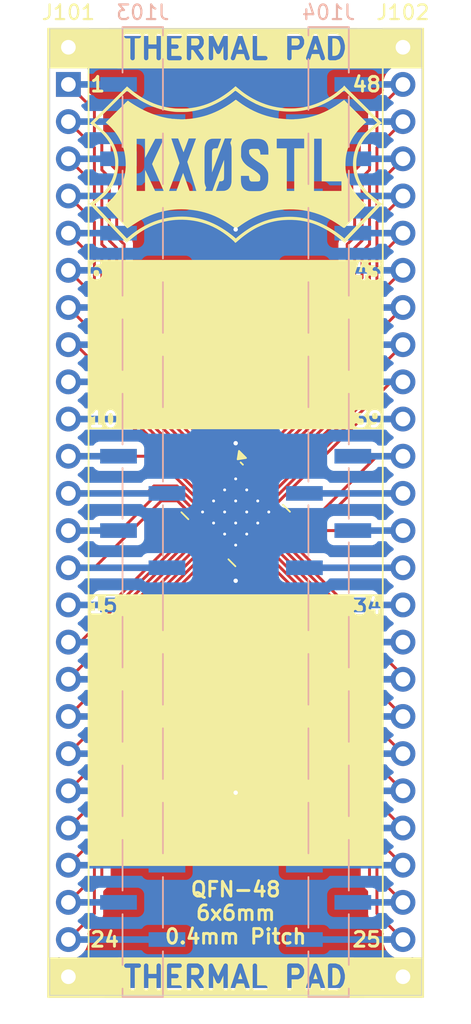
<source format=kicad_pcb>
(kicad_pcb (version 20241229) (generator "pcbnew") (generator_version "9.0")
  (layers (0 "F.Cu" signal) (2 "B.Cu" signal) (13 "F.Paste" user) (15 "B.Paste" user) (5 "F.SilkS" user "F.Silkscreen") (7 "B.SilkS" user "B.Silkscreen") (1 "F.Mask" user) (3 "B.Mask" user) (25 "Edge.Cuts" user))
  (net 0 "")
  (net 1 "/27")
  (net 2 "/10")
  (net 3 "/3")
  (net 4 "/6")
  (net 5 "/8")
  (net 6 "/1")
  (net 7 "/31")
  (net 8 "/7")
  (net 9 "/28")
  (net 10 "/2")
  (net 11 "/32")
  (net 12 "/24")
  (net 13 "/23")
  (net 14 "/19")
  (net 15 "/20")
  (net 16 "/18")
  (net 17 "/9")
  (net 18 "/14")
  (net 19 "/34")
  (net 20 "/26")
  (net 21 "/21")
  (net 22 "/16")
  (net 23 "/29")
  (net 24 "/15")
  (net 25 "/25")
  (net 26 "/30")
  (net 27 "/33")
  (net 28 "/17")
  (net 29 "/5")
  (net 30 "/4")
  (net 31 "/13")
  (net 32 "/12")
  (net 33 "/11")
  (net 34 "/22")
  (net 35 "/43")
  (net 36 "/40")
  (net 37 "/41")
  (net 38 "/48")
  (net 39 "/35")
  (net 40 "/37")
  (net 41 "/49")
  (net 42 "/45")
  (net 43 "/47")
  (net 44 "/39")
  (net 45 "/46")
  (net 46 "/44")
  (net 47 "/42")
  (net 48 "/38")
  (net 49 "/36")
  (footprint "Package_DFN_QFN:QFN-48-1EP_5x5mm_P0.35mm_EP3.7x3.7mm_ThermalVias" (layer "F.Cu") (at 138.43 120.65 -45)
    (property "Reference" "U101" (hide yes))
    (property "Value" "QFN-48")
  )
  (footprint "libraries:LogoSmall" (layer "F.Cu") (at 138.430934 96.897121)
    (property "Reference" "G***" (hide yes))
    (property "Value" "LOGO" (hide yes))
  )
  (footprint "Connector_PinHeader_2.54mm:PinHeader_1x26_P2.54mm_Vertical" (layer "F.Cu") (at 127 88.9)
    (property "Reference" "J101")
    (property "Value" "Conn_01x26")
  )
  (footprint "Connector_PinHeader_2.54mm:PinHeader_1x26_P2.54mm_Vertical" (layer "F.Cu") (at 149.86 88.9)
    (property "Reference" "J102")
    (property "Value" "Conn_01x26")
  )
  (footprint "Connector_PinHeader_2.54mm:PinHeader_1x26_P2.54mm_Vertical_SMD_Pin1Left" (layer "B.Cu") (at 132.08 120.65 180)
    (property "Reference" "J103")
    (property "Value" "Conn_01x26")
  )
  (footprint "Connector_PinHeader_2.54mm:PinHeader_1x26_P2.54mm_Vertical_SMD_Pin1Right" (layer "B.Cu") (at 144.78 120.65 180)
    (property "Reference" "J104")
    (property "Value" "Conn_01x26")
  )
  (gr_rect (start 125.603 151.12975) (end 130.683 153.797) (stroke (width 0.1)) (fill yes) (layer "F.SilkS"))
  (gr_rect (start 130.357355 106.256355) (end 146.453355 114.943355) (stroke (width 0.1)) (fill yes) (layer "F.SilkS"))
  (gr_rect (start 128.397 127.732) (end 148.463 144.78) (stroke (width 0.1)) (fill yes) (layer "F.SilkS"))
  (gr_rect (start 130.36975 89.89085) (end 146.1685 90.29725) (stroke (width 0.1)) (fill yes) (layer "F.SilkS"))
  (gr_rect (start 146.0415 151.12975) (end 151.24 153.797) (stroke (width 0.1)) (fill yes) (layer "F.SilkS"))
  (gr_rect (start 129.7855 87.63) (end 146.72725 87.8586) (stroke (width 0.1)) (fill yes) (layer "F.SilkS"))
  (gr_rect (start 130.4205 151.12975) (end 146.47325 151.3581) (stroke (width 0.1)) (fill yes) (layer "F.SilkS"))
  (gr_rect (start 129.48075 153.3906) (end 147.1845 153.797) (stroke (width 0.1)) (fill yes) (layer "F.SilkS"))
  (gr_rect (start 129.387 103.48) (end 146.483 112.167) (stroke (width 0.1)) (fill yes) (layer "F.SilkS"))
  (gr_rect (start 130.362 126.323) (end 146.418 135.01) (stroke (width 0.1)) (fill yes) (layer "F.SilkS"))
  (gr_rect (start 128.397 104.858) (end 148.463 113.545) (stroke (width 0.1)) (fill yes) (layer "F.SilkS"))
  (gr_rect (start 125.603 87.63) (end 130.683 90.29725) (stroke (width 0.1)) (fill yes) (layer "F.SilkS"))
  (gr_rect (start 146.05425 87.63) (end 151.24 90.29725) (stroke (width 0.1)) (fill yes) (layer "F.SilkS"))
  (gr_rect (start 125.73 87.63) (end 151.13 153.67) (stroke (width 0.05)) (fill no) (layer "Edge.Cuts"))
  (gr_text "34" (at 148.5 127.08 0) (layer "F.SilkS" knockout) (effects (font (size 1 1) (thickness 0.2) (bold yes)) (justify right)))
  (gr_text "48" (at 148.463 91.44 0) (layer "F.SilkS") (effects (font (size 1 1) (thickness 0.2) (bold yes)) (justify right)))
  (gr_text "25" (at 148.463 149.86 0) (layer "F.SilkS") (effects (font (size 1 1) (thickness 0.2) (bold yes)) (justify right)))
  (gr_text "10" (at 128.32 114.33 0) (layer "F.SilkS" knockout) (effects (font (size 1 1) (thickness 0.2) (bold yes)) (justify left)))
  (gr_text "QFN-48\n6x6mm\n0.4mm Pitch" (at 138.43 150.241 0) (layer "F.SilkS") (effects (font (size 1 1) (thickness 0.2) (bold yes)) (justify bottom)))
  (gr_text "43" (at 148.54 104.24 0) (layer "F.SilkS" knockout) (effects (font (size 1 1) (thickness 0.2) (bold yes)) (justify right)))
  (gr_text "15" (at 128.31 127.03 0) (layer "F.SilkS" knockout) (effects (font (size 1 1) (thickness 0.2) (bold yes)) (justify left)))
  (gr_text "THERMAL PAD" (at 138.4215 152.463375 0) (layer "F.SilkS" knockout) (effects (font (size 1.5 1.5) (thickness 0.3))))
  (gr_text "THERMAL PAD" (at 138.4215 88.963625 0) (layer "F.SilkS" knockout) (effects (font (size 1.5 1.5) (thickness 0.3))))
  (gr_text "6" (at 128.3 104.19 0) (layer "F.SilkS" knockout) (effects (font (size 1 1) (thickness 0.2) (bold yes)) (justify left)))
  (gr_text "39" (at 148.55 114.33 0) (layer "F.SilkS" knockout) (effects (font (size 1 1) (thickness 0.2) (bold yes)) (justify right)))
  (gr_text "1" (at 128.397 91.44 0) (layer "F.SilkS") (effects (font (size 1 1) (thickness 0.2) (bold yes)) (justify left)))
  (gr_text "24" (at 128.397 149.86 0) (layer "F.SilkS") (effects (font (size 1 1) (thickness 0.2) (bold yes)) (justify left)))
  (segment (start 146.558 136.144) (end 147.066 136.652) (width 0.2) (layer "F.Cu") (net 1))
  (segment (start 139.19014 123.637526) (end 146.05 130.497386) (width 0.2) (layer "F.Cu") (net 1))
  (segment (start 147.066 136.652) (end 147.066 138.43) (width 0.2) (layer "F.Cu") (net 1))
  (segment (start 147.066 138.43) (end 147.574 138.938) (width 0.2) (layer "F.Cu") (net 1))
  (segment (start 147.574 138.938) (end 147.574 140.716) (width 0.2) (layer "F.Cu") (net 1))
  (segment (start 148.082 143.002) (end 149.86 144.78) (width 0.2) (layer "F.Cu") (net 1))
  (segment (start 146.558 134.366) (end 146.558 136.144) (width 0.2) (layer "F.Cu") (net 1))
  (segment (start 146.05 133.858) (end 146.558 134.366) (width 0.2) (layer "F.Cu") (net 1))
  (segment (start 147.574 140.716) (end 148.082 141.224) (width 0.2) (layer "F.Cu") (net 1))
  (segment (start 148.082 141.224) (end 148.082 143.002) (width 0.2) (layer "F.Cu") (net 1))
  (segment (start 146.05 130.497386) (end 146.05 133.858) (width 0.2) (layer "F.Cu") (net 1))
  (segment (start 143.125 144.78) (end 149.86 144.78) (width 0.45) (layer "B.Cu") (net 1))
  (segment (start 135.937449 119.394885) (end 130.842564 114.3) (width 0.2) (layer "F.Cu") (net 2))
  (segment (start 130.842564 114.3) (end 127 114.3) (width 0.2) (layer "F.Cu") (net 2))
  (segment (start 133.735 114.3) (end 127 114.3) (width 0.45) (layer "B.Cu") (net 2))
  (segment (start 128.778 98.298) (end 127 96.52) (width 0.2) (layer "F.Cu") (net 3))
  (segment (start 129.794 104.648) (end 129.794 102.87) (width 0.2) (layer "F.Cu") (net 3))
  (segment (start 131.318 111.310614) (end 131.318 109.22) (width 0.2) (layer "F.Cu") (net 3))
  (segment (start 129.286 100.584) (end 128.778 100.076) (width 0.2) (layer "F.Cu") (net 3))
  (segment (start 131.318 109.22) (end 130.81 108.712) (width 0.2) (layer "F.Cu") (net 3))
  (segment (start 130.81 108.712) (end 130.81 107.442) (width 0.2) (layer "F.Cu") (net 3))
  (segment (start 130.302 106.934) (end 130.302 105.156) (width 0.2) (layer "F.Cu") (net 3))
  (segment (start 128.778 100.076) (end 128.778 98.298) (width 0.2) (layer "F.Cu") (net 3))
  (segment (start 137.66986 117.662474) (end 131.318 111.310614) (width 0.2) (layer "F.Cu") (net 3))
  (segment (start 129.794 102.87) (end 129.286 102.362) (width 0.2) (layer "F.Cu") (net 3))
  (segment (start 129.286 102.362) (end 129.286 100.584) (width 0.2) (layer "F.Cu") (net 3))
  (segment (start 130.81 107.442) (end 130.302 106.934) (width 0.2) (layer "F.Cu") (net 3))
  (segment (start 130.302 105.156) (end 129.794 104.648) (width 0.2) (layer "F.Cu") (net 3))
  (segment (start 127 96.52) (end 130.425 96.52) (width 0.45) (layer "B.Cu") (net 3))
  (segment (start 128.778 105.918) (end 127 104.14) (width 0.2) (layer "F.Cu") (net 4))
  (segment (start 129.286 108.204) (end 128.778 107.696) (width 0.2) (layer "F.Cu") (net 4))
  (segment (start 129.286 109.474) (end 129.286 108.204) (width 0.2) (layer "F.Cu") (net 4))
  (segment (start 136.927397 118.404935) (end 129.794 111.271538) (width 0.2) (layer "F.Cu") (net 4))
  (segment (start 128.778 107.696) (end 128.778 105.918) (width 0.2) (layer "F.Cu") (net 4))
  (segment (start 129.794 111.271538) (end 129.794 109.982) (width 0.2) (layer "F.Cu") (net 4))
  (segment (start 129.794 109.982) (end 129.286 109.474) (width 0.2) (layer "F.Cu") (net 4))
  (segment (start 133.735 104.14) (end 127 104.14) (width 0.45) (layer "B.Cu") (net 4))
  (segment (start 136.432423 118.899911) (end 128.778 111.245488) (width 0.2) (layer "F.Cu") (net 5))
  (segment (start 128.778 111.245488) (end 128.778 110.49) (width 0.2) (layer "F.Cu") (net 5))
  (segment (start 127.508 109.22) (end 127 109.22) (width 0.2) (layer "F.Cu") (net 5))
  (segment (start 128.778 110.49) (end 127.508 109.22) (width 0.2) (layer "F.Cu") (net 5))
  (segment (start 133.735 109.22) (end 127 109.22) (width 0.45) (layer "B.Cu") (net 5))
  (segment (start 128.778 94.996) (end 128.778 93.218) (width 0.2) (layer "F.Cu") (net 6))
  (segment (start 131.826 106.934) (end 131.318 106.426) (width 0.2) (layer "F.Cu") (net 6))
  (segment (start 131.318 106.426) (end 131.318 104.648) (width 0.2) (layer "F.Cu") (net 6))
  (segment (start 129.794 97.79) (end 129.286 97.282) (width 0.2) (layer "F.Cu") (net 6))
  (segment (start 129.794 99.568) (end 129.794 97.79) (width 0.2) (layer "F.Cu") (net 6))
  (segment (start 131.826 108.204) (end 131.826 106.934) (width 0.2) (layer "F.Cu") (net 6))
  (segment (start 130.302 101.854) (end 130.302 100.076) (width 0.2) (layer "F.Cu") (net 6))
  (segment (start 130.302 100.076) (end 129.794 99.568) (width 0.2) (layer "F.Cu") (net 6))
  (segment (start 138.164834 117.167498) (end 132.334 111.336664) (width 0.2) (layer "F.Cu") (net 6))
  (segment (start 129.286 95.504) (end 128.778 94.996) (width 0.2) (layer "F.Cu") (net 6))
  (segment (start 130.81 104.14) (end 130.81 102.362) (width 0.2) (layer "F.Cu") (net 6))
  (segment (start 128.778 93.218) (end 127 91.44) (width 0.2) (layer "F.Cu") (net 6))
  (segment (start 132.334 111.336664) (end 132.334 108.712) (width 0.2) (layer "F.Cu") (net 6))
  (segment (start 131.318 104.648) (end 130.81 104.14) (width 0.2) (layer "F.Cu") (net 6))
  (segment (start 132.334 108.712) (end 131.826 108.204) (width 0.2) (layer "F.Cu") (net 6))
  (segment (start 130.81 102.362) (end 130.302 101.854) (width 0.2) (layer "F.Cu") (net 6))
  (segment (start 129.286 97.282) (end 129.286 95.504) (width 0.2) (layer "F.Cu") (net 6))
  (segment (start 127 91.44) (end 130.425 91.44) (width 0.45) (layer "B.Cu") (net 6))
  (segment (start 148.082 130.549488) (end 148.082 132.842) (width 0.2) (layer "F.Cu") (net 7))
  (segment (start 149.86 134.62) (end 148.082 132.842) (width 0.2) (layer "F.Cu") (net 7))
  (segment (start 140.180089 122.647577) (end 148.082 130.549488) (width 0.2) (layer "F.Cu") (net 7))
  (segment (start 143.125 134.62) (end 149.86 134.62) (width 0.45) (layer "B.Cu") (net 7))
  (segment (start 129.286 111.258512) (end 129.286 110.236) (width 0.2) (layer "F.Cu") (net 8))
  (segment (start 136.679911 118.652423) (end 129.286 111.258512) (width 0.2) (layer "F.Cu") (net 8))
  (segment (start 129.286 110.236) (end 128.778 109.728) (width 0.2) (layer "F.Cu") (net 8))
  (segment (start 128.778 109.728) (end 128.778 108.458) (width 0.2) (layer "F.Cu") (net 8))
  (segment (start 128.778 108.458) (end 127 106.68) (width 0.2) (layer "F.Cu") (net 8))
  (segment (start 127 106.68) (end 130.425 106.68) (width 0.45) (layer "B.Cu") (net 8))
  (segment (start 147.066 134.112) (end 147.066 135.89) (width 0.2) (layer "F.Cu") (net 9))
  (segment (start 146.558 130.510412) (end 146.558 133.604) (width 0.2) (layer "F.Cu") (net 9))
  (segment (start 147.066 135.89) (end 147.574 136.398) (width 0.2) (layer "F.Cu") (net 9))
  (segment (start 139.437627 123.390039) (end 146.558 130.510412) (width 0.2) (layer "F.Cu") (net 9))
  (segment (start 148.082 140.462) (end 149.86 142.24) (width 0.2) (layer "F.Cu") (net 9))
  (segment (start 147.574 136.398) (end 147.574 138.176) (width 0.2) (layer "F.Cu") (net 9))
  (segment (start 148.082 138.684) (end 148.082 140.462) (width 0.2) (layer "F.Cu") (net 9))
  (segment (start 147.574 138.176) (end 148.082 138.684) (width 0.2) (layer "F.Cu") (net 9))
  (segment (start 146.558 133.604) (end 147.066 134.112) (width 0.2) (layer "F.Cu") (net 9))
  (segment (start 149.86 142.24) (end 146.435 142.24) (width 0.45) (layer "B.Cu") (net 9))
  (segment (start 130.81 106.68) (end 130.81 104.902) (width 0.2) (layer "F.Cu") (net 10))
  (segment (start 131.318 107.188) (end 130.81 106.68) (width 0.2) (layer "F.Cu") (net 10))
  (segment (start 131.826 111.323638) (end 131.826 108.966) (width 0.2) (layer "F.Cu") (net 10))
  (segment (start 131.826 108.966) (end 131.318 108.458) (width 0.2) (layer "F.Cu") (net 10))
  (segment (start 129.794 100.33) (end 129.286 99.822) (width 0.2) (layer "F.Cu") (net 10))
  (segment (start 128.778 97.536) (end 128.778 95.758) (width 0.2) (layer "F.Cu") (net 10))
  (segment (start 130.302 104.394) (end 130.302 102.616) (width 0.2) (layer "F.Cu") (net 10))
  (segment (start 129.286 99.822) (end 129.286 98.044) (width 0.2) (layer "F.Cu") (net 10))
  (segment (start 129.286 98.044) (end 128.778 97.536) (width 0.2) (layer "F.Cu") (net 10))
  (segment (start 131.318 108.458) (end 131.318 107.188) (width 0.2) (layer "F.Cu") (net 10))
  (segment (start 137.917348 117.414986) (end 131.826 111.323638) (width 0.2) (layer "F.Cu") (net 10))
  (segment (start 130.302 102.616) (end 129.794 102.108) (width 0.2) (layer "F.Cu") (net 10))
  (segment (start 130.81 104.902) (end 130.302 104.394) (width 0.2) (layer "F.Cu") (net 10))
  (segment (start 128.778 95.758) (end 127 93.98) (width 0.2) (layer "F.Cu") (net 10))
  (segment (start 129.794 102.108) (end 129.794 100.33) (width 0.2) (layer "F.Cu") (net 10))
  (segment (start 133.735 93.98) (end 127 93.98) (width 0.45) (layer "B.Cu") (net 10))
  (segment (start 149.86 131.832512) (end 149.86 132.08) (width 0.2) (layer "F.Cu") (net 11))
  (segment (start 140.427577 122.400089) (end 149.86 131.832512) (width 0.2) (layer "F.Cu") (net 11))
  (segment (start 149.86 132.08) (end 146.435 132.08) (width 0.45) (layer "B.Cu") (net 11))
  (segment (start 131.318 134.874) (end 131.318 136.652) (width 0.2) (layer "F.Cu") (net 12))
  (segment (start 129.286 145.796) (end 128.778 146.304) (width 0.2) (layer "F.Cu") (net 12))
  (segment (start 128.778 148.082) (end 127 149.86) (width 0.2) (layer "F.Cu") (net 12))
  (segment (start 132.334 132.08) (end 131.826 132.588) (width 0.2) (layer "F.Cu") (net 12))
  (segment (start 129.794 143.51) (end 129.286 144.018) (width 0.2) (layer "F.Cu") (net 12))
  (segment (start 131.826 134.366) (end 131.318 134.874) (width 0.2) (layer "F.Cu") (net 12))
  (segment (start 129.286 144.018) (end 129.286 145.796) (width 0.2) (layer "F.Cu") (net 12))
  (segment (start 130.302 139.446) (end 130.302 141.224) (width 0.2) (layer "F.Cu") (net 12))
  (segment (start 130.81 138.938) (end 130.302 139.446) (width 0.2) (layer "F.Cu") (net 12))
  (segment (start 137.66986 123.637526) (end 132.334 128.973386) (width 0.2) (layer "F.Cu") (net 12))
  (segment (start 128.778 146.304) (end 128.778 148.082) (width 0.2) (layer "F.Cu") (net 12))
  (segment (start 131.826 132.588) (end 131.826 134.366) (width 0.2) (layer "F.Cu") (net 12))
  (segment (start 130.81 137.16) (end 130.81 138.938) (width 0.2) (layer "F.Cu") (net 12))
  (segment (start 130.302 141.224) (end 129.794 141.732) (width 0.2) (layer "F.Cu") (net 12))
  (segment (start 132.334 128.973386) (end 132.334 132.08) (width 0.2) (layer "F.Cu") (net 12))
  (segment (start 129.794 141.732) (end 129.794 143.51) (width 0.2) (layer "F.Cu") (net 12))
  (segment (start 131.318 136.652) (end 130.81 137.16) (width 0.2) (layer "F.Cu") (net 12))
  (segment (start 127 149.86) (end 133.735 149.86) (width 0.45) (layer "B.Cu") (net 12))
  (segment (start 137.422373 123.390039) (end 131.826 128.986412) (width 0.2) (layer "F.Cu") (net 13))
  (segment (start 131.826 128.986412) (end 131.826 131.826) (width 0.2) (layer "F.Cu") (net 13))
  (segment (start 129.286 141.478) (end 129.286 143.256) (width 0.2) (layer "F.Cu") (net 13))
  (segment (start 129.794 140.97) (end 129.286 141.478) (width 0.2) (layer "F.Cu") (net 13))
  (segment (start 130.81 136.398) (end 130.302 136.906) (width 0.2) (layer "F.Cu") (net 13))
  (segment (start 128.778 145.542) (end 127 147.32) (width 0.2) (layer "F.Cu") (net 13))
  (segment (start 131.826 131.826) (end 131.318 132.334) (width 0.2) (layer "F.Cu") (net 13))
  (segment (start 130.81 134.62) (end 130.81 136.398) (width 0.2) (layer "F.Cu") (net 13))
  (segment (start 131.318 132.334) (end 131.318 134.112) (width 0.2) (layer "F.Cu") (net 13))
  (segment (start 131.318 134.112) (end 130.81 134.62) (width 0.2) (layer "F.Cu") (net 13))
  (segment (start 130.302 138.684) (end 129.794 139.192) (width 0.2) (layer "F.Cu") (net 13))
  (segment (start 129.286 143.256) (end 128.778 143.764) (width 0.2) (layer "F.Cu") (net 13))
  (segment (start 130.302 136.906) (end 130.302 138.684) (width 0.2) (layer "F.Cu") (net 13))
  (segment (start 129.794 139.192) (end 129.794 140.97) (width 0.2) (layer "F.Cu") (net 13))
  (segment (start 128.778 143.764) (end 128.778 145.542) (width 0.2) (layer "F.Cu") (net 13))
  (segment (start 130.425 147.32) (end 127 147.32) (width 0.45) (layer "B.Cu") (net 13))
  (segment (start 129.286 133.096) (end 128.778 133.604) (width 0.2) (layer "F.Cu") (net 14))
  (segment (start 129.794 130.81) (end 129.286 131.318) (width 0.2) (layer "F.Cu") (net 14))
  (segment (start 129.794 129.038512) (end 129.794 130.81) (width 0.2) (layer "F.Cu") (net 14))
  (segment (start 128.778 135.382) (end 127 137.16) (width 0.2) (layer "F.Cu") (net 14))
  (segment (start 129.286 131.318) (end 129.286 133.096) (width 0.2) (layer "F.Cu") (net 14))
  (segment (start 128.778 133.604) (end 128.778 135.382) (width 0.2) (layer "F.Cu") (net 14))
  (segment (start 136.432423 122.400089) (end 129.794 129.038512) (width 0.2) (layer "F.Cu") (net 14))
  (segment (start 127 137.16) (end 130.425 137.16) (width 0.45) (layer "B.Cu") (net 14))
  (segment (start 130.302 131.064) (end 129.794 131.572) (width 0.2) (layer "F.Cu") (net 15))
  (segment (start 129.794 131.572) (end 129.794 133.35) (width 0.2) (layer "F.Cu") (net 15))
  (segment (start 128.778 137.922) (end 127 139.7) (width 0.2) (layer "F.Cu") (net 15))
  (segment (start 129.794 133.35) (end 129.286 133.858) (width 0.2) (layer "F.Cu") (net 15))
  (segment (start 136.679911 122.647577) (end 130.302 129.025488) (width 0.2) (layer "F.Cu") (net 15))
  (segment (start 129.286 133.858) (end 129.286 135.636) (width 0.2) (layer "F.Cu") (net 15))
  (segment (start 130.302 129.025488) (end 130.302 131.064) (width 0.2) (layer "F.Cu") (net 15))
  (segment (start 128.778 136.144) (end 128.778 137.922) (width 0.2) (layer "F.Cu") (net 15))
  (segment (start 129.286 135.636) (end 128.778 136.144) (width 0.2) (layer "F.Cu") (net 15))
  (segment (start 133.735 139.7) (end 127 139.7) (width 0.45) (layer "B.Cu") (net 15))
  (segment (start 129.286 130.556) (end 128.778 131.064) (width 0.2) (layer "F.Cu") (net 16))
  (segment (start 136.184935 122.152603) (end 129.286 129.051538) (width 0.2) (layer "F.Cu") (net 16))
  (segment (start 129.286 129.051538) (end 129.286 130.556) (width 0.2) (layer "F.Cu") (net 16))
  (segment (start 128.778 132.842) (end 127 134.62) (width 0.2) (layer "F.Cu") (net 16))
  (segment (start 128.778 131.064) (end 128.778 132.842) (width 0.2) (layer "F.Cu") (net 16))
  (segment (start 133.735 134.62) (end 127 134.62) (width 0.45) (layer "B.Cu") (net 16))
  (segment (start 128.797538 111.76) (end 127 111.76) (width 0.2) (layer "F.Cu") (net 17))
  (segment (start 136.184935 119.147397) (end 128.797538 111.76) (width 0.2) (layer "F.Cu") (net 17))
  (segment (start 127 111.76) (end 130.425 111.76) (width 0.45) (layer "B.Cu") (net 17))
  (segment (start 134.450664 119.888) (end 133.35 119.888) (width 0.2) (layer "F.Cu") (net 18))
  (segment (start 133.35 119.888) (end 128.778 124.46) (width 0.2) (layer "F.Cu") (net 18))
  (segment (start 128.778 124.46) (end 127 124.46) (width 0.2) (layer "F.Cu") (net 18))
  (segment (start 134.947498 120.384834) (end 134.450664 119.888) (width 0.2) (layer "F.Cu") (net 18))
  (segment (start 133.735 124.46) (end 127 124.46) (width 0.45) (layer "B.Cu") (net 18))
  (segment (start 140.922551 121.905115) (end 146.017436 127) (width 0.2) (layer "F.Cu") (net 19))
  (segment (start 146.017436 127) (end 149.86 127) (width 0.2) (layer "F.Cu") (net 19))
  (segment (start 149.86 127) (end 146.435 127) (width 0.45) (layer "B.Cu") (net 19))
  (segment (start 148.082 143.764) (end 148.082 145.542) (width 0.2) (layer "F.Cu") (net 20))
  (segment (start 147.066 139.192) (end 147.066 140.97) (width 0.2) (layer "F.Cu") (net 20))
  (segment (start 147.574 141.478) (end 147.574 143.256) (width 0.2) (layer "F.Cu") (net 20))
  (segment (start 146.558 138.684) (end 147.066 139.192) (width 0.2) (layer "F.Cu") (net 20))
  (segment (start 145.542 130.484362) (end 145.542 134.112) (width 0.2) (layer "F.Cu") (net 20))
  (segment (start 145.542 134.112) (end 146.05 134.62) (width 0.2) (layer "F.Cu") (net 20))
  (segment (start 147.066 140.97) (end 147.574 141.478) (width 0.2) (layer "F.Cu") (net 20))
  (segment (start 146.558 136.906) (end 146.558 138.684) (width 0.2) (layer "F.Cu") (net 20))
  (segment (start 146.05 134.62) (end 146.05 136.398) (width 0.2) (layer "F.Cu") (net 20))
  (segment (start 148.082 145.542) (end 149.86 147.32) (width 0.2) (layer "F.Cu") (net 20))
  (segment (start 138.942652 123.885014) (end 145.542 130.484362) (width 0.2) (layer "F.Cu") (net 20))
  (segment (start 146.05 136.398) (end 146.558 136.906) (width 0.2) (layer "F.Cu") (net 20))
  (segment (start 147.574 143.256) (end 148.082 143.764) (width 0.2) (layer "F.Cu") (net 20))
  (segment (start 149.86 147.32) (end 146.435 147.32) (width 0.45) (layer "B.Cu") (net 20))
  (segment (start 130.81 129.012462) (end 130.81 131.318) (width 0.2) (layer "F.Cu") (net 21))
  (segment (start 128.778 140.462) (end 127 142.24) (width 0.2) (layer "F.Cu") (net 21))
  (segment (start 136.927397 122.895065) (end 130.81 129.012462) (width 0.2) (layer "F.Cu") (net 21))
  (segment (start 130.81 131.318) (end 130.302 131.826) (width 0.2) (layer "F.Cu") (net 21))
  (segment (start 130.302 133.604) (end 129.794 134.112) (width 0.2) (layer "F.Cu") (net 21))
  (segment (start 129.794 134.112) (end 129.794 135.89) (width 0.2) (layer "F.Cu") (net 21))
  (segment (start 130.302 131.826) (end 130.302 133.604) (width 0.2) (layer "F.Cu") (net 21))
  (segment (start 129.286 136.398) (end 129.286 138.176) (width 0.2) (layer "F.Cu") (net 21))
  (segment (start 128.778 138.684) (end 128.778 140.462) (width 0.2) (layer "F.Cu") (net 21))
  (segment (start 129.794 135.89) (end 129.286 136.398) (width 0.2) (layer "F.Cu") (net 21))
  (segment (start 129.286 138.176) (end 128.778 138.684) (width 0.2) (layer "F.Cu") (net 21))
  (segment (start 127 142.24) (end 130.425 142.24) (width 0.45) (layer "B.Cu") (net 21))
  (segment (start 135.689961 121.657627) (end 127.807588 129.54) (width 0.2) (layer "F.Cu") (net 22))
  (segment (start 127.807588 129.54) (end 127 129.54) (width 0.2) (layer "F.Cu") (net 22))
  (segment (start 133.735 129.54) (end 127 129.54) (width 0.45) (layer "B.Cu") (net 22))
  (segment (start 147.066 133.35) (end 147.574 133.858) (width 0.2) (layer "F.Cu") (net 23))
  (segment (start 148.082 136.144) (end 148.082 137.922) (width 0.2) (layer "F.Cu") (net 23))
  (segment (start 139.685115 123.142551) (end 147.066 130.523436) (width 0.2) (layer "F.Cu") (net 23))
  (segment (start 147.066 130.523436) (end 147.066 133.35) (width 0.2) (layer "F.Cu") (net 23))
  (segment (start 147.574 135.636) (end 148.082 136.144) (width 0.2) (layer "F.Cu") (net 23))
  (segment (start 147.574 133.858) (end 147.574 135.636) (width 0.2) (layer "F.Cu") (net 23))
  (segment (start 148.082 137.922) (end 149.86 139.7) (width 0.2) (layer "F.Cu") (net 23))
  (segment (start 143.125 139.7) (end 149.86 139.7) (width 0.45) (layer "B.Cu") (net 23))
  (segment (start 135.442474 121.41014) (end 129.852614 127) (width 0.2) (layer "F.Cu") (net 24))
  (segment (start 129.852614 127) (end 127 127) (width 0.2) (layer "F.Cu") (net 24))
  (segment (start 127 127) (end 130.425 127) (width 0.45) (layer "B.Cu") (net 24))
  (segment (start 147.574 145.796) (end 148.082 146.304) (width 0.2) (layer "F.Cu") (net 25))
  (segment (start 138.695166 124.132502) (end 145.034 130.471336) (width 0.2) (layer "F.Cu") (net 25))
  (segment (start 147.574 144.018) (end 147.574 145.796) (width 0.2) (layer "F.Cu") (net 25))
  (segment (start 147.066 141.732) (end 147.066 143.51) (width 0.2) (layer "F.Cu") (net 25))
  (segment (start 146.05 137.16) (end 146.05 138.938) (width 0.2) (layer "F.Cu") (net 25))
  (segment (start 147.066 143.51) (end 147.574 144.018) (width 0.2) (layer "F.Cu") (net 25))
  (segment (start 148.082 148.082) (end 149.86 149.86) (width 0.2) (layer "F.Cu") (net 25))
  (segment (start 145.542 136.652) (end 146.05 137.16) (width 0.2) (layer "F.Cu") (net 25))
  (segment (start 146.05 138.938) (end 146.558 139.446) (width 0.2) (layer "F.Cu") (net 25))
  (segment (start 146.558 139.446) (end 146.558 141.224) (width 0.2) (layer "F.Cu") (net 25))
  (segment (start 145.542 134.874) (end 145.542 136.652) (width 0.2) (layer "F.Cu") (net 25))
  (segment (start 146.558 141.224) (end 147.066 141.732) (width 0.2) (layer "F.Cu") (net 25))
  (segment (start 148.082 146.304) (end 148.082 148.082) (width 0.2) (layer "F.Cu") (net 25))
  (segment (start 145.034 130.471336) (end 145.034 134.366) (width 0.2) (layer "F.Cu") (net 25))
  (segment (start 145.034 134.366) (end 145.542 134.874) (width 0.2) (layer "F.Cu") (net 25))
  (segment (start 143.125 149.86) (end 149.86 149.86) (width 0.45) (layer "B.Cu") (net 25))
  (segment (start 147.574 130.536462) (end 147.574 133.096) (width 0.2) (layer "F.Cu") (net 26))
  (segment (start 147.574 133.096) (end 148.082 133.604) (width 0.2) (layer "F.Cu") (net 26))
  (segment (start 148.082 133.604) (end 148.082 135.382) (width 0.2) (layer "F.Cu") (net 26))
  (segment (start 148.082 135.382) (end 149.86 137.16) (width 0.2) (layer "F.Cu") (net 26))
  (segment (start 139.932603 122.895065) (end 147.574 130.536462) (width 0.2) (layer "F.Cu") (net 26))
  (segment (start 149.86 137.16) (end 146.435 137.16) (width 0.45) (layer "B.Cu") (net 26))
  (segment (start 148.062462 129.54) (end 149.86 129.54) (width 0.2) (layer "F.Cu") (net 27))
  (segment (start 140.675065 122.152603) (end 148.062462 129.54) (width 0.2) (layer "F.Cu") (net 27))
  (segment (start 143.125 129.54) (end 149.86 129.54) (width 0.45) (layer "B.Cu") (net 27))
  (segment (start 128.778 129.064564) (end 128.778 130.302) (width 0.2) (layer "F.Cu") (net 28))
  (segment (start 135.937449 121.905115) (end 128.778 129.064564) (width 0.2) (layer "F.Cu") (net 28))
  (segment (start 128.778 130.302) (end 127 132.08) (width 0.2) (layer "F.Cu") (net 28))
  (segment (start 127 132.08) (end 130.425 132.08) (width 0.45) (layer "B.Cu") (net 28))
  (segment (start 128.778 105.156) (end 128.778 103.378) (width 0.2) (layer "F.Cu") (net 29))
  (segment (start 130.302 109.728) (end 129.794 109.22) (width 0.2) (layer "F.Cu") (net 29))
  (segment (start 137.174885 118.157449) (end 130.302 111.284564) (width 0.2) (layer "F.Cu") (net 29))
  (segment (start 129.286 105.664) (end 128.778 105.156) (width 0.2) (layer "F.Cu") (net 29))
  (segment (start 129.794 107.95) (end 129.286 107.442) (width 0.2) (layer "F.Cu") (net 29))
  (segment (start 128.778 103.378) (end 127 101.6) (width 0.2) (layer "F.Cu") (net 29))
  (segment (start 130.302 111.284564) (end 130.302 109.728) (width 0.2) (layer "F.Cu") (net 29))
  (segment (start 129.794 109.22) (end 129.794 107.95) (width 0.2) (layer "F.Cu") (net 29))
  (segment (start 129.286 107.442) (end 129.286 105.664) (width 0.2) (layer "F.Cu") (net 29))
  (segment (start 127 101.6) (end 130.425 101.6) (width 0.45) (layer "B.Cu") (net 29))
  (segment (start 128.778 102.616) (end 128.778 100.838) (width 0.2) (layer "F.Cu") (net 30))
  (segment (start 128.778 100.838) (end 127 99.06) (width 0.2) (layer "F.Cu") (net 30))
  (segment (start 129.794 107.188) (end 129.794 105.41) (width 0.2) (layer "F.Cu") (net 30))
  (segment (start 130.302 108.966) (end 130.302 107.696) (width 0.2) (layer "F.Cu") (net 30))
  (segment (start 130.302 107.696) (end 129.794 107.188) (width 0.2) (layer "F.Cu") (net 30))
  (segment (start 129.794 105.41) (end 129.286 104.902) (width 0.2) (layer "F.Cu") (net 30))
  (segment (start 129.286 103.124) (end 128.778 102.616) (width 0.2) (layer "F.Cu") (net 30))
  (segment (start 129.286 104.902) (end 129.286 103.124) (width 0.2) (layer "F.Cu") (net 30))
  (segment (start 137.422373 117.909961) (end 130.81 111.297588) (width 0.2) (layer "F.Cu") (net 30))
  (segment (start 130.81 111.297588) (end 130.81 109.474) (width 0.2) (layer "F.Cu") (net 30))
  (segment (start 130.81 109.474) (end 130.302 108.966) (width 0.2) (layer "F.Cu") (net 30))
  (segment (start 133.735 99.06) (end 127 99.06) (width 0.45) (layer "B.Cu") (net 30))
  (segment (start 130.556 121.92) (end 127 121.92) (width 0.2) (layer "F.Cu") (net 31))
  (segment (start 134.437638 119.38) (end 133.096 119.38) (width 0.2) (layer "F.Cu") (net 31))
  (segment (start 133.096 119.38) (end 130.556 121.92) (width 0.2) (layer "F.Cu") (net 31))
  (segment (start 135.194986 120.137348) (end 134.437638 119.38) (width 0.2) (layer "F.Cu") (net 31))
  (segment (start 127 121.92) (end 130.425 121.92) (width 0.45) (layer "B.Cu") (net 31))
  (segment (start 134.424614 118.872) (end 132.842 118.872) (width 0.2) (layer "F.Cu") (net 32))
  (segment (start 135.442474 119.88986) (end 134.424614 118.872) (width 0.2) (layer "F.Cu") (net 32))
  (segment (start 127 119.38) (end 132.334 119.38) (width 0.2) (layer "F.Cu") (net 32))
  (segment (start 132.334 119.38) (end 132.842 118.872) (width 0.2) (layer "F.Cu") (net 32))
  (segment (start 133.735 119.38) (end 127 119.38) (width 0.45) (layer "B.Cu") (net 32))
  (segment (start 132.887588 116.84) (end 127 116.84) (width 0.2) (layer "F.Cu") (net 33))
  (segment (start 135.689961 119.642373) (end 132.887588 116.84) (width 0.2) (layer "F.Cu") (net 33))
  (segment (start 127 116.84) (end 130.425 116.84) (width 0.45) (layer "B.Cu") (net 33))
  (segment (start 131.318 128.999436) (end 131.318 131.572) (width 0.2) (layer "F.Cu") (net 34))
  (segment (start 129.286 138.938) (end 129.286 140.716) (width 0.2) (layer "F.Cu") (net 34))
  (segment (start 130.81 132.08) (end 130.81 133.858) (width 0.2) (layer "F.Cu") (net 34))
  (segment (start 130.302 136.144) (end 129.794 136.652) (width 0.2) (layer "F.Cu") (net 34))
  (segment (start 131.318 131.572) (end 130.81 132.08) (width 0.2) (layer "F.Cu") (net 34))
  (segment (start 129.794 136.652) (end 129.794 138.43) (width 0.2) (layer "F.Cu") (net 34))
  (segment (start 128.778 143.002) (end 127 144.78) (width 0.2) (layer "F.Cu") (net 34))
  (segment (start 129.286 140.716) (end 128.778 141.224) (width 0.2) (layer "F.Cu") (net 34))
  (segment (start 137.174885 123.142551) (end 131.318 128.999436) (width 0.2) (layer "F.Cu") (net 34))
  (segment (start 130.81 133.858) (end 130.302 134.366) (width 0.2) (layer "F.Cu") (net 34))
  (segment (start 128.778 141.224) (end 128.778 143.002) (width 0.2) (layer "F.Cu") (net 34))
  (segment (start 129.794 138.43) (end 129.286 138.938) (width 0.2) (layer "F.Cu") (net 34))
  (segment (start 130.302 134.366) (end 130.302 136.144) (width 0.2) (layer "F.Cu") (net 34))
  (segment (start 133.735 144.78) (end 127 144.78) (width 0.45) (layer "B.Cu") (net 34))
  (segment (start 147.066 110.49) (end 147.574 109.982) (width 0.2) (layer "F.Cu") (net 35))
  (segment (start 148.082 107.696) (end 148.082 105.918) (width 0.2) (layer "F.Cu") (net 35))
  (segment (start 140.427577 118.899911) (end 147.066 112.261488) (width 0.2) (layer "F.Cu") (net 35))
  (segment (start 147.574 108.204) (end 148.082 107.696) (width 0.2) (layer "F.Cu") (net 35))
  (segment (start 148.082 105.918) (end 149.86 104.14) (width 0.2) (layer "F.Cu") (net 35))
  (segment (start 147.066 112.261488) (end 147.066 110.49) (width 0.2) (layer "F.Cu") (net 35))
  (segment (start 147.574 109.982) (end 147.574 108.204) (width 0.2) (layer "F.Cu") (net 35))
  (segment (start 143.125 104.14) (end 149.86 104.14) (width 0.45) (layer "B.Cu") (net 35))
  (segment (start 141.170039 119.642373) (end 149.052412 111.76) (width 0.2) (layer "F.Cu") (net 36))
  (segment (start 149.052412 111.76) (end 149.86 111.76) (width 0.2) (layer "F.Cu") (net 36))
  (segment (start 149.86 111.76) (end 146.435 111.76) (width 0.45) (layer "B.Cu") (net 36))
  (segment (start 140.922551 119.394885) (end 148.082 112.235436) (width 0.2) (layer "F.Cu") (net 37))
  (segment (start 148.082 110.998) (end 149.86 109.22) (width 0.2) (layer "F.Cu") (net 37))
  (segment (start 148.082 112.235436) (end 148.082 110.998) (width 0.2) (layer "F.Cu") (net 37))
  (segment (start 143.125 109.22) (end 149.86 109.22) (width 0.45) (layer "B.Cu") (net 37))
  (segment (start 147.066 99.568) (end 147.066 97.79) (width 0.2) (layer "F.Cu") (net 38))
  (segment (start 145.542 104.648) (end 146.05 104.14) (width 0.2) (layer "F.Cu") (net 38))
  (segment (start 147.066 97.79) (end 147.574 97.282) (width 0.2) (layer "F.Cu") (net 38))
  (segment (start 146.05 104.14) (end 146.05 102.362) (width 0.2) (layer "F.Cu") (net 38))
  (segment (start 148.082 94.996) (end 148.082 93.218) (width 0.2) (layer "F.Cu") (net 38))
  (segment (start 145.542 106.426) (end 145.542 104.648) (width 0.2) (layer "F.Cu") (net 38))
  (segment (start 147.574 95.504) (end 148.082 94.996) (width 0.2) (layer "F.Cu") (net 38))
  (segment (start 144.526 112.326614) (end 144.526 109.22) (width 0.2) (layer "F.Cu") (net 38))
  (segment (start 145.034 108.712) (end 145.034 106.934) (width 0.2) (layer "F.Cu") (net 38))
  (segment (start 148.082 93.218) (end 149.86 91.44) (width 0.2) (layer "F.Cu") (net 38))
  (segment (start 145.034 106.934) (end 145.542 106.426) (width 0.2) (layer "F.Cu") (net 38))
  (segment (start 139.19014 117.662474) (end 144.526 112.326614) (width 0.2) (layer "F.Cu") (net 38))
  (segment (start 144.526 109.22) (end 145.034 108.712) (width 0.2) (layer "F.Cu") (net 38))
  (segment (start 147.574 97.282) (end 147.574 95.504) (width 0.2) (layer "F.Cu") (net 38))
  (segment (start 146.558 100.076) (end 147.066 99.568) (width 0.2) (layer "F.Cu") (net 38))
  (segment (start 146.558 101.854) (end 146.558 100.076) (width 0.2) (layer "F.Cu") (net 38))
  (segment (start 146.05 102.362) (end 146.558 101.854) (width 0.2) (layer "F.Cu") (net 38))
  (segment (start 149.86 91.44) (end 146.435 91.44) (width 0.45) (layer "B.Cu") (net 38))
  (segment (start 143.972412 124.46) (end 141.170039 121.657627) (width 0.2) (layer "F.Cu") (net 39))
  (segment (start 149.86 124.46) (end 143.972412 124.46) (width 0.2) (layer "F.Cu") (net 39))
  (segment (start 143.125 124.46) (end 149.86 124.46) (width 0.45) (layer "B.Cu") (net 39))
  (segment (start 146.304 119.38) (end 149.86 119.38) (width 0.2) (layer "F.Cu") (net 40))
  (segment (start 141.665014 121.162652) (end 142.422362 121.92) (width 0.2) (layer "F.Cu") (net 40))
  (segment (start 143.764 121.92) (end 146.304 119.38) (width 0.2) (layer "F.Cu") (net 40))
  (segment (start 142.422362 121.92) (end 143.764 121.92) (width 0.2) (layer "F.Cu") (net 40))
  (segment (start 143.125 119.38) (end 149.86 119.38) (width 0.45) (layer "B.Cu") (net 40))
  (via (at 138.43 101.346) (size 0.6) (drill 0.3) (layers "F.Cu" "B.Cu") (net 41))
  (via (at 138.43 139.827) (size 0.6) (drill 0.3) (layers "F.Cu" "B.Cu") (net 41))
  (via (at 138.43 115.951) (size 0.6) (drill 0.3) (layers "F.Cu" "B.Cu") (net 41))
  (via (at 138.43 125.349) (size 0.6) (drill 0.3) (layers "F.Cu" "B.Cu") (net 41))
  (segment (start 133.735 88.9) (end 127 88.9) (width 0.45) (layer "B.Cu") (net 41))
  (segment (start 143.125 88.9) (end 149.86 88.9) (width 0.45) (layer "B.Cu") (net 41))
  (segment (start 130.425 152.4) (end 127 152.4) (width 0.45) (layer "B.Cu") (net 41))
  (segment (start 146.435 152.4) (end 149.86 152.4) (width 0.45) (layer "B.Cu") (net 41))
  (segment (start 148.082 102.616) (end 148.082 100.838) (width 0.2) (layer "F.Cu") (net 42))
  (segment (start 147.066 107.188) (end 147.066 105.41) (width 0.2) (layer "F.Cu") (net 42))
  (segment (start 146.05 109.982) (end 146.558 109.474) (width 0.2) (layer "F.Cu") (net 42))
  (segment (start 146.05 112.287538) (end 146.05 109.982) (width 0.2) (layer "F.Cu") (net 42))
  (segment (start 147.574 104.902) (end 147.574 103.124) (width 0.2) (layer "F.Cu") (net 42))
  (segment (start 139.932603 118.404935) (end 146.05 112.287538) (width 0.2) (layer "F.Cu") (net 42))
  (segment (start 148.082 100.838) (end 149.86 99.06) (width 0.2) (layer "F.Cu") (net 42))
  (segment (start 147.066 105.41) (end 147.574 104.902) (width 0.2) (layer "F.Cu") (net 42))
  (segment (start 147.574 103.124) (end 148.082 102.616) (width 0.2) (layer "F.Cu") (net 42))
  (segment (start 146.558 109.474) (end 146.558 107.696) (width 0.2) (layer "F.Cu") (net 42))
  (segment (start 146.558 107.696) (end 147.066 107.188) (width 0.2) (layer "F.Cu") (net 42))
  (segment (start 143.125 99.06) (end 149.86 99.06) (width 0.45) (layer "B.Cu") (net 42))
  (segment (start 146.558 104.394) (end 146.558 102.616) (width 0.2) (layer "F.Cu") (net 43))
  (segment (start 146.05 104.902) (end 146.558 104.394) (width 0.2) (layer "F.Cu") (net 43))
  (segment (start 146.05 106.68) (end 146.05 104.902) (width 0.2) (layer "F.Cu") (net 43))
  (segment (start 139.437627 117.909961) (end 145.034 112.313588) (width 0.2) (layer "F.Cu") (net 43))
  (segment (start 145.542 108.966) (end 145.542 107.188) (width 0.2) (layer "F.Cu") (net 43))
  (segment (start 145.542 107.188) (end 146.05 106.68) (width 0.2) (layer "F.Cu") (net 43))
  (segment (start 147.066 100.33) (end 147.574 99.822) (width 0.2) (layer "F.Cu") (net 43))
  (segment (start 147.066 102.108) (end 147.066 100.33) (width 0.2) (layer "F.Cu") (net 43))
  (segment (start 148.082 97.536) (end 148.082 95.758) (width 0.2) (layer "F.Cu") (net 43))
  (segment (start 147.574 98.044) (end 148.082 97.536) (width 0.2) (layer "F.Cu") (net 43))
  (segment (start 145.034 112.313588) (end 145.034 109.474) (width 0.2) (layer "F.Cu") (net 43))
  (segment (start 146.558 102.616) (end 147.066 102.108) (width 0.2) (layer "F.Cu") (net 43))
  (segment (start 145.034 109.474) (end 145.542 108.966) (width 0.2) (layer "F.Cu") (net 43))
  (segment (start 148.082 95.758) (end 149.86 93.98) (width 0.2) (layer "F.Cu") (net 43))
  (segment (start 147.574 99.822) (end 147.574 98.044) (width 0.2) (layer "F.Cu") (net 43))
  (segment (start 143.125 93.98) (end 149.86 93.98) (width 0.45) (layer "B.Cu") (net 43))
  (segment (start 147.007386 114.3) (end 149.86 114.3) (width 0.2) (layer "F.Cu") (net 44))
  (segment (start 141.417526 119.88986) (end 147.007386 114.3) (width 0.2) (layer "F.Cu") (net 44))
  (segment (start 143.125 114.3) (end 149.86 114.3) (width 0.45) (layer "B.Cu") (net 44))
  (segment (start 148.082 98.298) (end 149.86 96.52) (width 0.2) (layer "F.Cu") (net 45))
  (segment (start 148.082 100.076) (end 148.082 98.298) (width 0.2) (layer "F.Cu") (net 45))
  (segment (start 147.066 104.648) (end 147.066 102.87) (width 0.2) (layer "F.Cu") (net 45))
  (segment (start 139.685115 118.157449) (end 145.542 112.300564) (width 0.2) (layer "F.Cu") (net 45))
  (segment (start 145.542 112.300564) (end 145.542 109.728) (width 0.2) (layer "F.Cu") (net 45))
  (segment (start 147.066 102.87) (end 147.574 102.362) (width 0.2) (layer "F.Cu") (net 45))
  (segment (start 146.558 105.156) (end 147.066 104.648) (width 0.2) (layer "F.Cu") (net 45))
  (segment (start 145.542 109.728) (end 146.05 109.22) (width 0.2) (layer "F.Cu") (net 45))
  (segment (start 147.574 100.584) (end 148.082 100.076) (width 0.2) (layer "F.Cu") (net 45))
  (segment (start 146.05 109.22) (end 146.05 107.442) (width 0.2) (layer "F.Cu") (net 45))
  (segment (start 146.05 107.442) (end 146.558 106.934) (width 0.2) (layer "F.Cu") (net 45))
  (segment (start 146.558 106.934) (end 146.558 105.156) (width 0.2) (layer "F.Cu") (net 45))
  (segment (start 147.574 102.362) (end 147.574 100.584) (width 0.2) (layer "F.Cu") (net 45))
  (segment (start 149.86 96.52) (end 146.435 96.52) (width 0.45) (layer "B.Cu") (net 45))
  (segment (start 147.066 109.728) (end 147.066 107.95) (width 0.2) (layer "F.Cu") (net 46))
  (segment (start 146.558 112.274512) (end 146.558 110.236) (width 0.2) (layer "F.Cu") (net 46))
  (segment (start 147.574 107.442) (end 147.574 105.664) (width 0.2) (layer "F.Cu") (net 46))
  (segment (start 148.082 103.378) (end 149.86 101.6) (width 0.2) (layer "F.Cu") (net 46))
  (segment (start 140.180089 118.652423) (end 146.558 112.274512) (width 0.2) (layer "F.Cu") (net 46))
  (segment (start 147.574 105.664) (end 148.082 105.156) (width 0.2) (layer "F.Cu") (net 46))
  (segment (start 148.082 105.156) (end 148.082 103.378) (width 0.2) (layer "F.Cu") (net 46))
  (segment (start 146.558 110.236) (end 147.066 109.728) (width 0.2) (layer "F.Cu") (net 46))
  (segment (start 147.066 107.95) (end 147.574 107.442) (width 0.2) (layer "F.Cu") (net 46))
  (segment (start 149.86 101.6) (end 146.435 101.6) (width 0.45) (layer "B.Cu") (net 46))
  (segment (start 148.082 108.458) (end 149.86 106.68) (width 0.2) (layer "F.Cu") (net 47))
  (segment (start 147.574 112.248462) (end 147.574 110.744) (width 0.2) (layer "F.Cu") (net 47))
  (segment (start 148.082 110.236) (end 148.082 108.458) (width 0.2) (layer "F.Cu") (net 47))
  (segment (start 147.574 110.744) (end 148.082 110.236) (width 0.2) (layer "F.Cu") (net 47))
  (segment (start 140.675065 119.147397) (end 147.574 112.248462) (width 0.2) (layer "F.Cu") (net 47))
  (segment (start 149.86 106.68) (end 146.435 106.68) (width 0.45) (layer "B.Cu") (net 47))
  (segment (start 148.082 116.84) (end 149.86 116.84) (width 0.2) (layer "F.Cu") (net 48))
  (segment (start 142.409336 121.412) (end 143.51 121.412) (width 0.2) (layer "F.Cu") (net 48))
  (segment (start 141.912502 120.915166) (end 142.409336 121.412) (width 0.2) (layer "F.Cu") (net 48))
  (segment (start 143.51 121.412) (end 148.082 116.84) (width 0.2) (layer "F.Cu") (net 48))
  (segment (start 149.86 116.84) (end 146.435 116.84) (width 0.45) (layer "B.Cu") (net 48))
  (segment (start 141.417526 121.41014) (end 142.435386 122.428) (width 0.2) (layer "F.Cu") (net 49))
  (segment (start 142.435386 122.428) (end 144.018 122.428) (width 0.2) (layer "F.Cu") (net 49))
  (segment (start 144.526 121.92) (end 149.86 121.92) (width 0.2) (layer "F.Cu") (net 49))
  (segment (start 144.018 122.428) (end 144.526 121.92) (width 0.2) (layer "F.Cu") (net 49))
  (segment (start 149.86 121.92) (end 146.435 121.92) (width 0.45) (layer "B.Cu") (net 49))
  (zone (net 41) (net_name "/49") (layers "F.Cu" "B.Cu") (priority 1) (connect_pads yes (clearance 0.5)) (min_thickness 0.25) (fill yes (thermal_gap 0.5) (thermal_bridge_width 0.5))
    (polygon (pts (xy 125.73 87.63) (xy 151.13 87.63) (xy 151.13 153.67) (xy 125.73 153.67)))
  )
)
</source>
